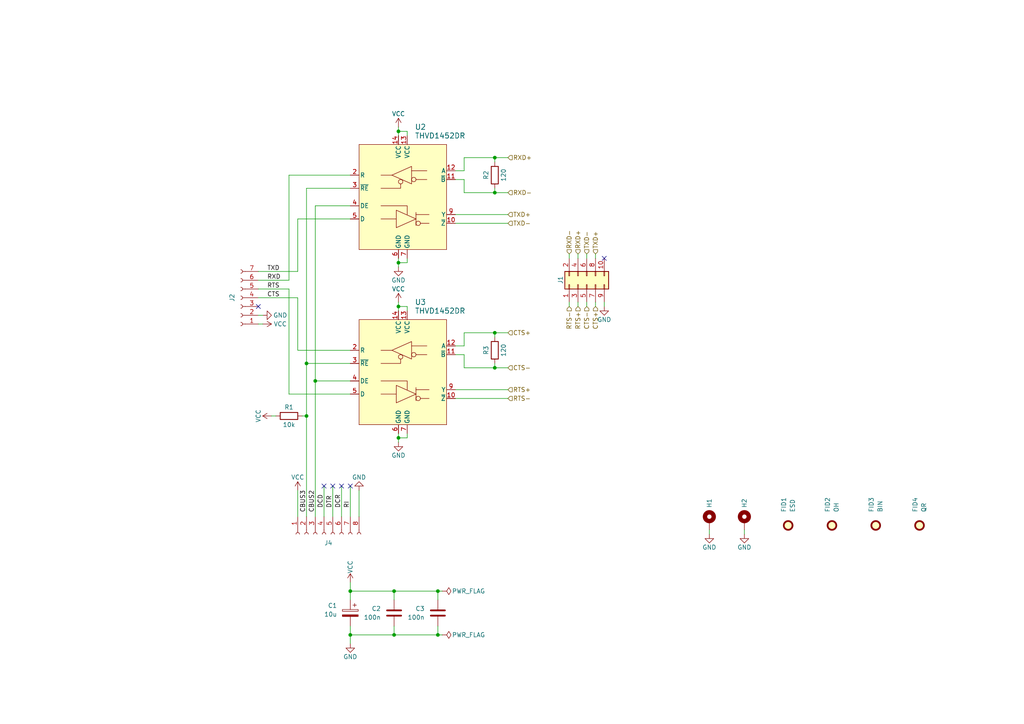
<source format=kicad_sch>
(kicad_sch (version 20230121) (generator eeschema)
  (paper "A4")
  (title_block (title "${acronym} - ${title}") (date "${date}") (rev "${revision}") (company "${company}") (comment 1 "${creator}") (comment 2 "${license}"))
  (lib_symbols
    (symbol "Connector:Conn_01x07_Socket" (pin_names (offset 1.016) hide)
      (property "Reference" "J" (at 0 10.16 0))
      (property "Value" "Conn_01x07_Socket" (at 0 -10.16 0))
      (symbol "Conn_01x07_Socket_1_1"
        (arc (start 0 -7.112) (mid -0.5058 -7.62) (end 0 -8.128) (stroke (width 0.1524)))
        (arc (start 0 -4.572) (mid -0.5058 -5.08) (end 0 -5.588) (stroke (width 0.1524)))
        (arc (start 0 -2.032) (mid -0.5058 -2.54) (end 0 -3.048) (stroke (width 0.1524)))
        (polyline (pts (xy -1.27 -7.62) (xy -0.508 -7.62)) (stroke (width 0.1524)))
        (polyline (pts (xy -1.27 -5.08) (xy -0.508 -5.08)) (stroke (width 0.1524)))
        (polyline (pts (xy -1.27 -2.54) (xy -0.508 -2.54)) (stroke (width 0.1524)))
        (polyline (pts (xy -1.27 0) (xy -0.508 0)) (stroke (width 0.1524)))
        (polyline (pts (xy -1.27 2.54) (xy -0.508 2.54)) (stroke (width 0.1524)))
        (polyline (pts (xy -1.27 5.08) (xy -0.508 5.08)) (stroke (width 0.1524)))
        (polyline (pts (xy -1.27 7.62) (xy -0.508 7.62)) (stroke (width 0.1524)))
        (arc (start 0 0.508) (mid -0.5058 0) (end 0 -0.508) (stroke (width 0.1524)))
        (arc (start 0 3.048) (mid -0.5058 2.54) (end 0 2.032) (stroke (width 0.1524)))
        (arc (start 0 5.588) (mid -0.5058 5.08) (end 0 4.572) (stroke (width 0.1524)))
        (arc (start 0 8.128) (mid -0.5058 7.62) (end 0 7.112) (stroke (width 0.1524)))
        (pin passive line (at -5.08 7.62 0) (length 3.81) (name "Pin_1") (number "1"))
        (pin passive line (at -5.08 5.08 0) (length 3.81) (name "Pin_2") (number "2"))
        (pin passive line (at -5.08 2.54 0) (length 3.81) (name "Pin_3") (number "3"))
        (pin passive line (at -5.08 0 0) (length 3.81) (name "Pin_4") (number "4"))
        (pin passive line (at -5.08 -2.54 0) (length 3.81) (name "Pin_5") (number "5"))
        (pin passive line (at -5.08 -5.08 0) (length 3.81) (name "Pin_6") (number "6"))
        (pin passive line (at -5.08 -7.62 0) (length 3.81) (name "Pin_7") (number "7"))
      )
    )
    (symbol "Connector:Conn_01x08_Socket" (pin_names (offset 1.016) hide)
      (property "Reference" "J" (at 0 10.16 0))
      (property "Value" "Conn_01x08_Socket" (at 0 -12.7 0))
      (symbol "Conn_01x08_Socket_1_1"
        (arc (start 0 -9.652) (mid -0.5058 -10.16) (end 0 -10.668) (stroke (width 0.1524)))
        (arc (start 0 -7.112) (mid -0.5058 -7.62) (end 0 -8.128) (stroke (width 0.1524)))
        (arc (start 0 -4.572) (mid -0.5058 -5.08) (end 0 -5.588) (stroke (width 0.1524)))
        (arc (start 0 -2.032) (mid -0.5058 -2.54) (end 0 -3.048) (stroke (width 0.1524)))
        (polyline (pts (xy -1.27 -10.16) (xy -0.508 -10.16)) (stroke (width 0.1524)))
        (polyline (pts (xy -1.27 -7.62) (xy -0.508 -7.62)) (stroke (width 0.1524)))
        (polyline (pts (xy -1.27 -5.08) (xy -0.508 -5.08)) (stroke (width 0.1524)))
        (polyline (pts (xy -1.27 -2.54) (xy -0.508 -2.54)) (stroke (width 0.1524)))
        (polyline (pts (xy -1.27 0) (xy -0.508 0)) (stroke (width 0.1524)))
        (polyline (pts (xy -1.27 2.54) (xy -0.508 2.54)) (stroke (width 0.1524)))
        (polyline (pts (xy -1.27 5.08) (xy -0.508 5.08)) (stroke (width 0.1524)))
        (polyline (pts (xy -1.27 7.62) (xy -0.508 7.62)) (stroke (width 0.1524)))
        (arc (start 0 0.508) (mid -0.5058 0) (end 0 -0.508) (stroke (width 0.1524)))
        (arc (start 0 3.048) (mid -0.5058 2.54) (end 0 2.032) (stroke (width 0.1524)))
        (arc (start 0 5.588) (mid -0.5058 5.08) (end 0 4.572) (stroke (width 0.1524)))
        (arc (start 0 8.128) (mid -0.5058 7.62) (end 0 7.112) (stroke (width 0.1524)))
        (pin passive line (at -5.08 7.62 0) (length 3.81) (name "Pin_1") (number "1"))
        (pin passive line (at -5.08 5.08 0) (length 3.81) (name "Pin_2") (number "2"))
        (pin passive line (at -5.08 2.54 0) (length 3.81) (name "Pin_3") (number "3"))
        (pin passive line (at -5.08 0 0) (length 3.81) (name "Pin_4") (number "4"))
        (pin passive line (at -5.08 -2.54 0) (length 3.81) (name "Pin_5") (number "5"))
        (pin passive line (at -5.08 -5.08 0) (length 3.81) (name "Pin_6") (number "6"))
        (pin passive line (at -5.08 -7.62 0) (length 3.81) (name "Pin_7") (number "7"))
        (pin passive line (at -5.08 -10.16 0) (length 3.81) (name "Pin_8") (number "8"))
      )
    )
    (symbol "Connector_Generic:Conn_02x05_Odd_Even" (pin_names (offset 1.016) hide)
      (property "Reference" "J" (at 1.27 7.62 0))
      (property "Value" "Conn_02x05_Odd_Even" (at 1.27 -7.62 0))
      (symbol "Conn_02x05_Odd_Even_1_1"
        (rectangle (start -1.27 -4.953) (end 0 -5.207) (stroke (width 0.1524)))
        (rectangle (start -1.27 -2.413) (end 0 -2.667) (stroke (width 0.1524)))
        (rectangle (start -1.27 0.127) (end 0 -0.127) (stroke (width 0.1524)))
        (rectangle (start -1.27 2.667) (end 0 2.413) (stroke (width 0.1524)))
        (rectangle (start -1.27 5.207) (end 0 4.953) (stroke (width 0.1524)))
        (rectangle (start -1.27 6.35) (end 3.81 -6.35) (stroke (width 0.254)) (fill (type background)))
        (rectangle (start 3.81 -4.953) (end 2.54 -5.207) (stroke (width 0.1524)))
        (rectangle (start 3.81 -2.413) (end 2.54 -2.667) (stroke (width 0.1524)))
        (rectangle (start 3.81 0.127) (end 2.54 -0.127) (stroke (width 0.1524)))
        (rectangle (start 3.81 2.667) (end 2.54 2.413) (stroke (width 0.1524)))
        (rectangle (start 3.81 5.207) (end 2.54 4.953) (stroke (width 0.1524)))
        (pin passive line (at -5.08 5.08 0) (length 3.81) (name "Pin_1") (number "1"))
        (pin passive line (at 7.62 -5.08 180) (length 3.81) (name "Pin_10") (number "10"))
        (pin passive line (at 7.62 5.08 180) (length 3.81) (name "Pin_2") (number "2"))
        (pin passive line (at -5.08 2.54 0) (length 3.81) (name "Pin_3") (number "3"))
        (pin passive line (at 7.62 2.54 180) (length 3.81) (name "Pin_4") (number "4"))
        (pin passive line (at -5.08 0 0) (length 3.81) (name "Pin_5") (number "5"))
        (pin passive line (at 7.62 0 180) (length 3.81) (name "Pin_6") (number "6"))
        (pin passive line (at -5.08 -2.54 0) (length 3.81) (name "Pin_7") (number "7"))
        (pin passive line (at 7.62 -2.54 180) (length 3.81) (name "Pin_8") (number "8"))
        (pin passive line (at -5.08 -5.08 0) (length 3.81) (name "Pin_9") (number "9"))
      )
    )
    (symbol "Device:C" (pin_numbers hide) (pin_names (offset 0.254))
      (property "Reference" "C" (at 0.635 2.54 0))
      (property "Value" "C" (at 0.635 -2.54 0))
      (symbol "C_0_1"
        (polyline (pts (xy -2.032 -0.762) (xy 2.032 -0.762)) (stroke (width 0.508)))
        (polyline (pts (xy -2.032 0.762) (xy 2.032 0.762)) (stroke (width 0.508)))
      )
      (symbol "C_1_1"
        (pin passive line (at 0 3.81 270) (length 2.794) (name "~") (number "1"))
        (pin passive line (at 0 -3.81 90) (length 2.794) (name "~") (number "2"))
      )
    )
    (symbol "Device:C_Polarized" (pin_numbers hide) (pin_names (offset 0.254))
      (property "Reference" "C" (at 0.635 2.54 0))
      (property "Value" "C_Polarized" (at 0.635 -2.54 0))
      (symbol "C_Polarized_0_1"
        (rectangle (start -2.286 0.508) (end 2.286 1.016))
        (polyline (pts (xy -1.778 2.286) (xy -0.762 2.286)))
        (polyline (pts (xy -1.27 2.794) (xy -1.27 1.778)))
        (rectangle (start 2.286 -0.508) (end -2.286 -1.016) (fill (type outline)))
      )
      (symbol "C_Polarized_1_1"
        (pin passive line (at 0 3.81 270) (length 2.794) (name "~") (number "1"))
        (pin passive line (at 0 -3.81 90) (length 2.794) (name "~") (number "2"))
      )
    )
    (symbol "Device:R" (pin_numbers hide) (pin_names (offset 0))
      (property "Reference" "R" (at 2.032 0 90))
      (property "Value" "R" (at 0 0 90))
      (symbol "R_0_1"
        (rectangle (start -1.016 -2.54) (end 1.016 2.54) (stroke (width 0.254)))
      )
      (symbol "R_1_1"
        (pin passive line (at 0 3.81 270) (length 1.27) (name "~") (number "1"))
        (pin passive line (at 0 -3.81 90) (length 1.27) (name "~") (number "2"))
      )
    )
    (symbol "Mechanical:Fiducial"
      (property "Reference" "FID" (at 0 5.08 0))
      (property "Value" "Fiducial" (at 0 3.175 0))
      (symbol "Fiducial_0_1"
        (circle (center 0 0) (radius 1.27) (stroke (width 0.508)) (fill (type background)))
      )
    )
    (symbol "Mechanical:MountingHole_Pad" (pin_numbers hide) (pin_names (offset 1.016) hide)
      (property "Reference" "H" (at 0 6.35 0))
      (property "Value" "MountingHole_Pad" (at 0 4.445 0))
      (symbol "MountingHole_Pad_0_1"
        (circle (center 0 1.27) (radius 1.27) (stroke (width 1.27)))
      )
      (symbol "MountingHole_Pad_1_1"
        (pin input line (at 0 -2.54 90) (length 2.54) (name "1") (number "1"))
      )
    )
    (symbol "power:GND" (power) (pin_names (offset 0))
      (property "Value" "GND" (at 0 -3.81 0))
      (symbol "GND_0_1"
        (polyline (pts (xy 0 0) (xy 0 -1.27) (xy 1.27 -1.27) (xy 0 -2.54) (xy -1.27 -1.27) (xy 0 -1.27)))
      )
      (symbol "GND_1_1"
        (pin power_in line (at 0 0 270) (length 0) hide (name "GND") (number "1"))
      )
    )
    (symbol "power:PWR_FLAG" (power) (pin_numbers hide) (pin_names (offset 0) hide)
      (property "Value" "PWR_FLAG" (at 0 3.81 0))
      (symbol "PWR_FLAG_0_0"
        (pin power_out line (at 0 0 90) (length 0) (name "pwr") (number "1"))
      )
      (symbol "PWR_FLAG_0_1"
        (polyline (pts (xy 0 0) (xy 0 1.27) (xy -1.016 1.905) (xy 0 2.54) (xy 1.016 1.905) (xy 0 1.27)))
      )
    )
    (symbol "power:VCC" (power) (pin_names (offset 0))
      (property "Value" "VCC" (at 0 3.81 0))
      (symbol "VCC_0_1"
        (polyline (pts (xy -0.762 1.27) (xy 0 2.54)))
        (polyline (pts (xy 0 0) (xy 0 2.54)))
        (polyline (pts (xy 0 2.54) (xy 0.762 1.27)))
      )
      (symbol "VCC_1_1"
        (pin power_in line (at 0 0 90) (length 0) hide (name "VCC") (number "1"))
      )
    )
    (symbol "rs422:THVD1452DR" (pin_names (offset 0.254))
      (property "Reference" "U" (at 15.875 42.545 0))
      (property "Value" "THVD1452DR" (at 15.875 42.545 0))
      (symbol "THVD1452DR_1_1"
        (rectangle (start -12.7 15.24) (end 12.7 -15.24) (fill (type background)))
        (circle (center -0.635 4.445) (radius 0.635))
        (polyline (pts (xy -6.35 -6.35) (xy -1.905 -6.35)))
        (polyline (pts (xy -3.175 6.35) (xy -6.35 6.35)))
        (polyline (pts (xy 3.81 -4.445) (xy 3.81 -8.255)))
        (polyline (pts (xy 6.985 5.08) (xy 3.81 5.08)))
        (polyline (pts (xy 6.985 7.62) (xy 2.54 7.62)))
        (polyline (pts (xy 7.62 -7.62) (xy 5.08 -7.62)))
        (polyline (pts (xy 7.62 -5.08) (xy 3.81 -5.08)))
        (polyline (pts (xy -0.635 3.81) (xy -0.635 2.54) (xy -6.35 2.54)))
        (polyline (pts (xy 1.27 -5.08) (xy 1.27 -2.54) (xy -6.35 -2.54)))
        (polyline (pts (xy -3.175 6.35) (xy 2.54 8.89) (xy 2.54 3.81) (xy -3.175 6.35)))
        (polyline (pts (xy 3.81 -6.35) (xy -1.905 -8.89) (xy -1.905 -3.81) (xy 3.81 -6.35)))
        (circle (center 3.175 5.08) (radius 0.635))
        (circle (center 4.445 -7.62) (radius 0.635))
        (pin no_connect line (at -17.78 -10.16 0) (length 5.08) hide (name "NC") (number "1"))
        (pin output line (at 15.24 -7.62 180) (length 2.54) (name "~{Z}") (number "10"))
        (pin input line (at 15.24 5.08 180) (length 2.54) (name "~{B}") (number "11"))
        (pin input line (at 15.24 7.62 180) (length 2.54) (name "A") (number "12"))
        (pin power_in line (at 1.27 17.78 270) (length 2.54) (name "VCC") (number "13"))
        (pin power_in line (at -1.27 17.78 270) (length 2.54) (name "VCC") (number "14"))
        (pin output line (at -15.24 6.35 0) (length 2.54) (name "R") (number "2"))
        (pin input line (at -15.24 2.54 0) (length 2.54) (name "~{RE}") (number "3"))
        (pin input line (at -15.24 -2.54 0) (length 2.54) (name "DE") (number "4"))
        (pin input line (at -15.24 -6.35 0) (length 2.54) (name "D") (number "5"))
        (pin power_in line (at -1.27 -17.78 90) (length 2.54) (name "GND") (number "6"))
        (pin power_in line (at 1.27 -17.78 90) (length 2.54) (name "GND") (number "7"))
        (pin no_connect line (at -17.78 -12.7 0) (length 5.08) hide (name "NC") (number "8"))
        (pin output line (at 15.24 -5.08 180) (length 2.54) (name "Y") (number "9"))
      )
    )
  )
  (junction (at 114.3 184.15))
  (junction (at 115.57 88.9))
  (junction (at 143.51 96.52))
  (junction (at 143.51 106.68))
  (junction (at 143.51 45.72))
  (junction (at 115.57 38.1))
  (junction (at 127 184.15))
  (junction (at 143.51 55.88))
  (junction (at 88.9 120.65))
  (junction (at 101.6 171.45))
  (junction (at 127 171.45))
  (junction (at 114.3 171.45))
  (junction (at 88.9 105.41))
  (junction (at 101.6 184.15))
  (junction (at 115.57 76.2))
  (junction (at 91.44 110.49))
  (junction (at 115.57 127))
  (no_connect (at 175.26 74.93))
  (no_connect (at 96.52 140.97))
  (no_connect (at 99.06 140.97))
  (no_connect (at 93.98 140.97))
  (no_connect (at 101.6 140.97))
  (no_connect (at 74.93 88.9))
  (wire (pts (xy 132.08 64.77) (xy 147.32 64.77)))
  (wire (pts (xy 205.74 154.94) (xy 205.74 153.67)))
  (wire (pts (xy 99.06 140.97) (xy 99.06 149.86)))
  (wire (pts (xy 101.6 171.45) (xy 114.3 171.45)))
  (wire (pts (xy 143.51 106.68) (xy 147.32 106.68)))
  (wire (pts (xy 215.9 154.94) (xy 215.9 153.67)))
  (wire (pts (xy 86.36 101.6) (xy 101.6 101.6)))
  (wire (pts (xy 134.62 96.52) (xy 134.62 100.33)))
  (wire (pts (xy 74.93 91.44) (xy 76.2 91.44)))
  (wire (pts (xy 114.3 171.45) (xy 114.3 173.99)))
  (wire (pts (xy 134.62 55.88) (xy 143.51 55.88)))
  (wire (pts (xy 165.1 73.66) (xy 165.1 74.93)))
  (wire (pts (xy 83.82 50.8) (xy 101.6 50.8)))
  (wire (pts (xy 83.82 83.82) (xy 83.82 114.3)))
  (wire (pts (xy 167.64 88.9) (xy 167.64 87.63)))
  (wire (pts (xy 115.57 38.1) (xy 118.11 38.1)))
  (wire (pts (xy 114.3 171.45) (xy 127 171.45)))
  (wire (pts (xy 88.9 105.41) (xy 88.9 120.65)))
  (wire (pts (xy 76.2 93.98) (xy 74.93 93.98)))
  (wire (pts (xy 91.44 110.49) (xy 101.6 110.49)))
  (wire (pts (xy 170.18 73.66) (xy 170.18 74.93)))
  (wire (pts (xy 87.63 120.65) (xy 88.9 120.65)))
  (wire (pts (xy 165.1 88.9) (xy 165.1 87.63)))
  (wire (pts (xy 175.26 87.63) (xy 175.26 88.9)))
  (wire (pts (xy 134.62 96.52) (xy 143.51 96.52)))
  (wire (pts (xy 83.82 114.3) (xy 101.6 114.3)))
  (wire (pts (xy 114.3 184.15) (xy 127 184.15)))
  (wire (pts (xy 170.18 87.63) (xy 170.18 88.9)))
  (wire (pts (xy 83.82 50.8) (xy 83.82 81.28)))
  (wire (pts (xy 101.6 181.61) (xy 101.6 184.15)))
  (wire (pts (xy 167.64 73.66) (xy 167.64 74.93)))
  (wire (pts (xy 115.57 74.93) (xy 115.57 76.2)))
  (wire (pts (xy 134.62 45.72) (xy 143.51 45.72)))
  (wire (pts (xy 132.08 102.87) (xy 134.62 102.87)))
  (wire (pts (xy 88.9 120.65) (xy 88.9 149.86)))
  (wire (pts (xy 143.51 55.88) (xy 147.32 55.88)))
  (wire (pts (xy 104.14 149.86) (xy 104.14 142.24)))
  (wire (pts (xy 86.36 142.24) (xy 86.36 149.86)))
  (wire (pts (xy 78.74 120.65) (xy 80.01 120.65)))
  (wire (pts (xy 132.08 52.07) (xy 134.62 52.07)))
  (wire (pts (xy 128.27 171.45) (xy 127 171.45)))
  (wire (pts (xy 88.9 105.41) (xy 101.6 105.41)))
  (wire (pts (xy 118.11 125.73) (xy 118.11 127)))
  (wire (pts (xy 74.93 83.82) (xy 83.82 83.82)))
  (wire (pts (xy 91.44 110.49) (xy 91.44 149.86)))
  (wire (pts (xy 88.9 54.61) (xy 101.6 54.61)))
  (wire (pts (xy 172.72 88.9) (xy 172.72 87.63)))
  (wire (pts (xy 101.6 168.91) (xy 101.6 171.45)))
  (wire (pts (xy 132.08 115.57) (xy 147.32 115.57)))
  (wire (pts (xy 115.57 76.2) (xy 115.57 77.47)))
  (wire (pts (xy 88.9 54.61) (xy 88.9 105.41)))
  (wire (pts (xy 115.57 36.83) (xy 115.57 38.1)))
  (wire (pts (xy 101.6 171.45) (xy 101.6 173.99)))
  (wire (pts (xy 91.44 59.69) (xy 91.44 110.49)))
  (wire (pts (xy 128.27 184.15) (xy 127 184.15)))
  (wire (pts (xy 118.11 88.9) (xy 118.11 90.17)))
  (wire (pts (xy 115.57 127) (xy 115.57 128.27)))
  (wire (pts (xy 86.36 63.5) (xy 86.36 78.74)))
  (wire (pts (xy 115.57 87.63) (xy 115.57 88.9)))
  (wire (pts (xy 134.62 45.72) (xy 134.62 49.53)))
  (wire (pts (xy 74.93 78.74) (xy 86.36 78.74)))
  (wire (pts (xy 132.08 62.23) (xy 147.32 62.23)))
  (wire (pts (xy 143.51 96.52) (xy 147.32 96.52)))
  (wire (pts (xy 172.72 73.66) (xy 172.72 74.93)))
  (wire (pts (xy 143.51 105.41) (xy 143.51 106.68)))
  (wire (pts (xy 143.51 45.72) (xy 147.32 45.72)))
  (wire (pts (xy 101.6 140.97) (xy 101.6 149.86)))
  (wire (pts (xy 132.08 100.33) (xy 134.62 100.33)))
  (wire (pts (xy 134.62 106.68) (xy 143.51 106.68)))
  (wire (pts (xy 74.93 86.36) (xy 86.36 86.36)))
  (wire (pts (xy 127 173.99) (xy 127 171.45)))
  (wire (pts (xy 86.36 86.36) (xy 86.36 101.6)))
  (wire (pts (xy 115.57 76.2) (xy 118.11 76.2)))
  (wire (pts (xy 114.3 181.61) (xy 114.3 184.15)))
  (wire (pts (xy 115.57 88.9) (xy 115.57 90.17)))
  (wire (pts (xy 96.52 140.97) (xy 96.52 149.86)))
  (wire (pts (xy 91.44 59.69) (xy 101.6 59.69)))
  (wire (pts (xy 127 181.61) (xy 127 184.15)))
  (wire (pts (xy 134.62 102.87) (xy 134.62 106.68)))
  (wire (pts (xy 132.08 113.03) (xy 147.32 113.03)))
  (wire (pts (xy 101.6 184.15) (xy 114.3 184.15)))
  (wire (pts (xy 143.51 45.72) (xy 143.51 46.99)))
  (wire (pts (xy 115.57 127) (xy 118.11 127)))
  (wire (pts (xy 132.08 49.53) (xy 134.62 49.53)))
  (wire (pts (xy 134.62 52.07) (xy 134.62 55.88)))
  (wire (pts (xy 101.6 184.15) (xy 101.6 186.69)))
  (wire (pts (xy 115.57 125.73) (xy 115.57 127)))
  (wire (pts (xy 115.57 88.9) (xy 118.11 88.9)))
  (wire (pts (xy 143.51 96.52) (xy 143.51 97.79)))
  (wire (pts (xy 143.51 54.61) (xy 143.51 55.88)))
  (wire (pts (xy 93.98 140.97) (xy 93.98 149.86)))
  (wire (pts (xy 118.11 74.93) (xy 118.11 76.2)))
  (wire (pts (xy 74.93 81.28) (xy 83.82 81.28)))
  (wire (pts (xy 115.57 38.1) (xy 115.57 39.37)))
  (wire (pts (xy 86.36 63.5) (xy 101.6 63.5)))
  (wire (pts (xy 118.11 38.1) (xy 118.11 39.37)))
  (label "CTS" (at 77.47 86.36 0))
  (label "DCD" (at 93.98 147.32 90))
  (label "RXD" (at 77.47 81.28 0))
  (label "TXD" (at 77.47 78.74 0))
  (label "CBUS3" (at 88.9 148.59 90))
  (label "CBUS2" (at 91.44 148.59 90))
  (label "DTR" (at 96.52 147.32 90))
  (label "RI" (at 101.6 147.32 90))
  (label "DCR" (at 99.06 147.32 90))
  (label "RTS" (at 77.47 83.82 0))
  (hierarchical_label "TXD-" (shape input) (at 170.18 73.66 90))
  (hierarchical_label "RTS+" (shape input) (at 147.32 113.03 0))
  (hierarchical_label "RTS-" (shape input) (at 147.32 115.57 0))
  (hierarchical_label "RTS+" (shape input) (at 167.64 88.9 270))
  (hierarchical_label "CTS-" (shape input) (at 170.18 88.9 270))
  (hierarchical_label "RTS-" (shape input) (at 165.1 88.9 270))
  (hierarchical_label "CTS+" (shape input) (at 172.72 88.9 270))
  (hierarchical_label "RXD+" (shape input) (at 147.32 45.72 0))
  (hierarchical_label "RXD+" (shape input) (at 167.64 73.66 90))
  (hierarchical_label "CTS+" (shape input) (at 147.32 96.52 0))
  (hierarchical_label "CTS-" (shape input) (at 147.32 106.68 0))
  (hierarchical_label "RXD-" (shape input) (at 165.1 73.66 90))
  (hierarchical_label "TXD-" (shape input) (at 147.32 64.77 0))
  (hierarchical_label "RXD-" (shape input) (at 147.32 55.88 0))
  (hierarchical_label "TXD+" (shape input) (at 172.72 73.66 90))
  (hierarchical_label "TXD+" (shape input) (at 147.32 62.23 0))
  (symbol (lib_id "Device:C") (at 127 177.8 0) (mirror x) (unit 1)
    (property "Reference" "C3" (at 123.19 176.53 0) (effects (justify right)))
    (property "Value" "100n" (at 123.19 179.07 0) (effects (justify right)))
    (property "Footprint" "Capacitor_SMD:C_1206_3216Metric" (effects hide))
    (property "Vendor" "HTL" (effects hide))
    (property "VendorId" "100128" (effects hide))
  )
  (symbol (lib_id "Mechanical:MountingHole_Pad") (at 215.9 151.13 0) (unit 1)
    (property "Reference" "H2" (at 215.9 147.32 90) (effects (justify left)))
    (property "Value" "MountingHole_Pad" (effects hide))
    (property "Footprint" "MountingHole:MountingHole_2.7mm_M2.5_Pad" (effects hide))
    (property "Vendor" "HTL" (effects hide))
    (property "VendorId" "100991, 100993, 103622" (effects hide))
  )
  (symbol (lib_id "power:GND") (at 115.57 128.27 0) (unit 1)
    (property "Reference" "#PWR011" (effects hide))
    (property "Value" "GND" (at 115.57 132.08 0))
  )
  (symbol (lib_id "Device:R") (at 143.51 50.8 180) (unit 1)
    (property "Reference" "R2" (at 140.97 50.8 90))
    (property "Value" "120" (at 146.05 50.8 90))
    (property "Footprint" "Resistor_SMD:R_1206_3216Metric" (effects hide))
    (property "Vendor" "HTL" (effects hide))
    (property "VendorId" "102933" (effects hide))
  )
  (symbol (lib_id "Device:R") (at 83.82 120.65 90) (unit 1)
    (property "Reference" "R1" (at 83.82 118.11 90))
    (property "Value" "10k" (at 83.82 123.19 90))
    (property "Footprint" "Resistor_SMD:R_1206_3216Metric" (effects hide))
    (property "Vendor" "HTL" (effects hide))
    (property "VendorId" "102967" (effects hide))
  )
  (symbol (lib_id "Mechanical:Fiducial") (at 254 152.4 0) (unit 1)
    (property "Reference" "FID3" (at 252.73 148.59 90) (effects (justify left)))
    (property "Value" "BIN" (at 255.27 148.59 90) (effects (justify left)))
    (property "Footprint" "Symbol:WEEE-Logo_4.2x6mm_SilkScreen" (effects hide))
  )
  (symbol (lib_id "power:GND") (at 175.26 88.9 0) (unit 1)
    (property "Reference" "#PWR014" (effects hide))
    (property "Value" "GND" (at 175.26 92.71 0))
  )
  (symbol (lib_id "Mechanical:Fiducial") (at 228.6 152.4 0) (unit 1)
    (property "Reference" "FID1" (at 227.33 148.59 90) (effects (justify left)))
    (property "Value" "ESD" (at 229.87 148.59 90) (effects (justify left)))
    (property "Footprint" "Symbol:ESD-Logo_6.6x6mm_SilkScreen" (effects hide))
  )
  (symbol (lib_id "power:GND") (at 76.2 91.44 90) (unit 1)
    (property "Reference" "#PWR05" (effects hide))
    (property "Value" "GND" (at 81.28 91.44 90))
  )
  (symbol (lib_id "Mechanical:Fiducial") (at 266.7 152.4 0) (unit 1)
    (property "Reference" "FID4" (at 265.43 148.59 90) (effects (justify left)))
    (property "Value" "QR" (at 267.97 148.59 90) (effects (justify left)))
    (property "Footprint" "Images:QR_0x007e_very_small" (effects hide))
  )
  (symbol (lib_id "power:VCC") (at 115.57 87.63 0) (unit 1)
    (property "Reference" "#PWR010" (effects hide))
    (property "Value" "VCC" (at 115.57 83.82 0))
  )
  (symbol (lib_id "power:GND") (at 215.9 154.94 0) (unit 1)
    (property "Reference" "#PWR012" (effects hide))
    (property "Value" "GND" (at 215.9 158.75 0))
  )
  (symbol (lib_id "Device:C_Polarized") (at 101.6 177.8 0) (mirror y) (unit 1)
    (property "Reference" "C1" (at 97.79 175.641 0) (effects (justify left)))
    (property "Value" "10u" (at 97.79 178.181 0) (effects (justify left)))
    (property "Footprint" "Capacitor_Tantalum_SMD:CP_EIA-6032-28_Kemet-C" (effects hide))
    (property "Vendor" "HTL" (effects hide))
    (property "VendorId" "100140" (effects hide))
  )
  (symbol (lib_id "Mechanical:Fiducial") (at 241.3 152.4 0) (unit 1)
    (property "Reference" "FID2" (at 240.03 148.59 90) (effects (justify left)))
    (property "Value" "OH" (at 242.57 148.59 90) (effects (justify left)))
    (property "Footprint" "Symbol:OSHW-Logo_5.7x6mm_SilkScreen" (effects hide))
  )
  (symbol (lib_id "power:VCC") (at 86.36 142.24 0) (mirror y) (unit 1)
    (property "Reference" "#PWR03" (effects hide))
    (property "Value" "VCC" (at 88.265 138.43 0) (effects (justify left)))
  )
  (symbol (lib_id "power:PWR_FLAG") (at 128.27 184.15 270) (unit 1)
    (property "Reference" "#FLG02" (effects hide))
    (property "Value" "PWR_FLAG" (at 135.89 184.15 90))
  )
  (symbol (lib_id "power:GND") (at 101.6 186.69 0) (unit 1)
    (property "Reference" "#PWR02" (effects hide))
    (property "Value" "GND" (at 101.6 190.5 0))
  )
  (symbol (lib_id "Mechanical:MountingHole_Pad") (at 205.74 151.13 0) (unit 1)
    (property "Reference" "H1" (at 205.74 147.32 90) (effects (justify left)))
    (property "Value" "MountingHole_Pad" (effects hide))
    (property "Footprint" "MountingHole:MountingHole_2.7mm_M2.5_Pad" (effects hide))
    (property "Vendor" "HTL" (effects hide))
    (property "VendorId" "100991, 100993, 103622" (effects hide))
  )
  (symbol (lib_id "power:VCC") (at 78.74 120.65 90) (unit 1)
    (property "Reference" "#PWR013" (effects hide))
    (property "Value" "VCC" (at 74.93 120.65 0))
  )
  (symbol (lib_id "rs422:THVD1452DR") (at 116.84 107.95 0) (unit 1)
    (property "Reference" "U3" (at 120.3041 87.63 0) (effects (font (size 1.524 1.524)) (justify left)))
    (property "Value" "THVD1452DR" (at 120.3041 90.17 0) (effects (font (size 1.524 1.524)) (justify left)))
    (property "Footprint" "Package_SO:SOIC-14_3.9x8.7mm_P1.27mm" (effects hide))
    (property "Datasheet" "https://www.ti.com/lit/gpn/thvd1452" (effects hide))
    (property "Vendor" "DigiKey" (effects hide))
    (property "VendorId" "103640" (effects hide))
  )
  (symbol (lib_id "Connector_Generic:Conn_02x05_Odd_Even") (at 170.18 82.55 90) (unit 1)
    (property "Reference" "J1" (at 162.56 80.01 0) (effects (justify right)))
    (property "Value" "Conn_02x05_Odd_Even" (effects hide))
    (property "Footprint" "Connector_IDC:IDC-Header_2x05_P2.54mm_Vertical" (effects hide))
    (property "Vendor" "HTL" (effects hide))
    (property "VendorId" "101532" (effects hide))
  )
  (symbol (lib_id "Device:C") (at 114.3 177.8 0) (mirror x) (unit 1)
    (property "Reference" "C2" (at 110.49 176.53 0) (effects (justify right)))
    (property "Value" "100n" (at 110.49 179.07 0) (effects (justify right)))
    (property "Footprint" "Capacitor_SMD:C_1206_3216Metric" (effects hide))
    (property "Vendor" "HTL" (effects hide))
    (property "VendorId" "100128" (effects hide))
  )
  (symbol (lib_id "power:VCC") (at 76.2 93.98 270) (unit 1)
    (property "Reference" "#PWR04" (effects hide))
    (property "Value" "VCC" (at 81.28 93.98 90))
  )
  (symbol (lib_id "power:PWR_FLAG") (at 128.27 171.45 270) (unit 1)
    (property "Reference" "#FLG01" (effects hide))
    (property "Value" "PWR_FLAG" (at 135.89 171.45 90))
  )
  (symbol (lib_id "power:VCC") (at 101.6 168.91 0) (unit 1)
    (property "Reference" "#PWR01" (effects hide))
    (property "Value" "VCC" (at 101.6 166.37 90) (effects (justify left)))
  )
  (symbol (lib_id "power:GND") (at 104.14 142.24 0) (mirror x) (unit 1)
    (property "Reference" "#PWR06" (effects hide))
    (property "Value" "GND" (at 104.14 138.43 0))
  )
  (symbol (lib_id "Connector:Conn_01x08_Socket") (at 93.98 154.94 90) (mirror x) (unit 1)
    (property "Reference" "J4" (at 95.25 157.48 90))
    (property "Value" "Conn_01x08_Socket" (effects hide))
    (property "Footprint" "Connector_PinSocket_2.54mm:PinSocket_1x08_P2.54mm_Vertical" (effects hide))
    (property "Vendor" "HTL" (effects hide))
    (property "VendorId" "101546" (effects hide))
  )
  (symbol (lib_id "power:VCC") (at 115.57 36.83 0) (unit 1)
    (property "Reference" "#PWR07" (effects hide))
    (property "Value" "VCC" (at 115.57 33.02 0))
  )
  (symbol (lib_id "rs422:THVD1452DR") (at 116.84 57.15 0) (unit 1)
    (property "Reference" "U2" (at 120.3041 36.83 0) (effects (font (size 1.524 1.524)) (justify left)))
    (property "Value" "THVD1452DR" (at 120.3041 39.37 0) (effects (font (size 1.524 1.524)) (justify left)))
    (property "Footprint" "Package_SO:SOIC-14_3.9x8.7mm_P1.27mm" (effects hide))
    (property "Datasheet" "https://www.ti.com/lit/gpn/thvd1452" (effects hide))
    (property "Vendor" "DigiKey" (effects hide))
    (property "VendorId" "103640" (effects hide))
  )
  (symbol (lib_id "Connector:Conn_01x07_Socket") (at 69.85 86.36 180) (unit 1)
    (property "Reference" "J2" (at 67.31 86.36 90))
    (property "Value" "Conn_01x07_Socket" (effects hide))
    (property "Footprint" "Connector_PinSocket_2.54mm:PinSocket_1x07_P2.54mm_Vertical" (effects hide))
    (property "Vendor" "HTL" (effects hide))
    (property "VendorId" "101546" (effects hide))
  )
  (symbol (lib_id "power:GND") (at 115.57 77.47 0) (unit 1)
    (property "Reference" "#PWR08" (effects hide))
    (property "Value" "GND" (at 115.57 81.28 0))
  )
  (symbol (lib_id "power:GND") (at 205.74 154.94 0) (unit 1)
    (property "Reference" "#PWR09" (effects hide))
    (property "Value" "GND" (at 205.74 158.75 0))
  )
  (symbol (lib_id "Device:R") (at 143.51 101.6 180) (unit 1)
    (property "Reference" "R3" (at 140.97 101.6 90))
    (property "Value" "120" (at 146.05 101.6 90))
    (property "Footprint" "Resistor_SMD:R_1206_3216Metric" (effects hide))
    (property "Vendor" "HTL" (effects hide))
    (property "VendorId" "102933" (effects hide))
  )
)
</source>
